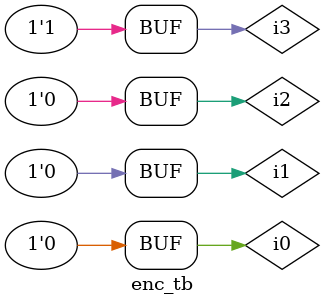
<source format=v>
module enc(input i0,i1,i2,i3,output y0,y1);

assign y1=i3+i2;
assign y0=i1+i3;

endmodule

module enc_tb();
reg i0,i1,i2,i3;
wire y0,y1;

enc gate(i0,i1,i2,i3,y0,y1);

initial
begin

i0=1;i1=0;i2=0;i3=0;#10;
i0=0;i1=1;i2=0;i3=0;#10;
i0=0;i1=0;i2=1;i3=0;#10;
i0=0;i1=0;i2=0;i3=1;#10;
end

initial
$monitor("i0=%b i1=%b i2=%b i3=%b y0=%b y1=%B Time=%0t",i0,i1,i2,i3,y0,y1,$time);
endmodule




</source>
